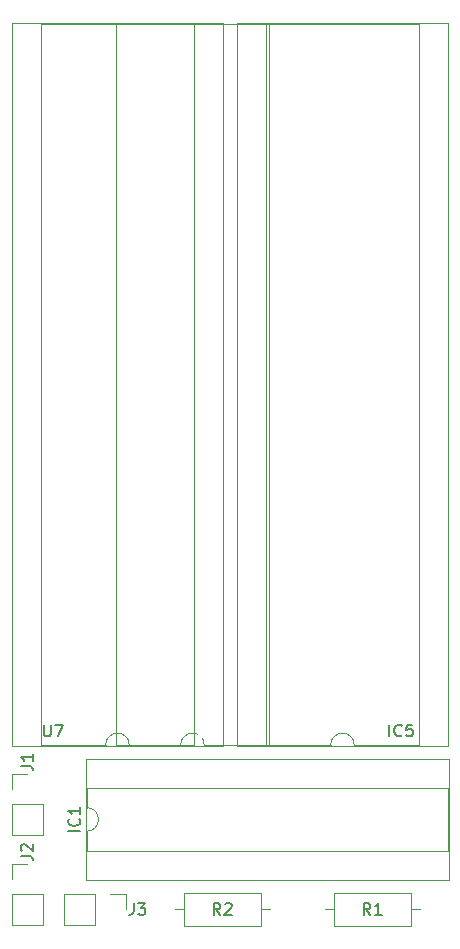
<source format=gto>
G04 #@! TF.GenerationSoftware,KiCad,Pcbnew,(6.0.5)*
G04 #@! TF.CreationDate,2022-07-17T20:37:41+02:00*
G04 #@! TF.ProjectId,c128-mmu-exp,63313238-2d6d-46d7-952d-6578702e6b69,rev?*
G04 #@! TF.SameCoordinates,Original*
G04 #@! TF.FileFunction,Legend,Top*
G04 #@! TF.FilePolarity,Positive*
%FSLAX46Y46*%
G04 Gerber Fmt 4.6, Leading zero omitted, Abs format (unit mm)*
G04 Created by KiCad (PCBNEW (6.0.5)) date 2022-07-17 20:37:41*
%MOMM*%
%LPD*%
G01*
G04 APERTURE LIST*
%ADD10C,0.150000*%
%ADD11C,0.120000*%
%ADD12C,1.600000*%
%ADD13O,1.600000X1.600000*%
%ADD14R,1.700000X1.700000*%
%ADD15O,1.700000X1.700000*%
%ADD16R,1.600000X1.600000*%
G04 APERTURE END LIST*
D10*
X111593333Y-102052380D02*
X111260000Y-101576190D01*
X111021904Y-102052380D02*
X111021904Y-101052380D01*
X111402857Y-101052380D01*
X111498095Y-101100000D01*
X111545714Y-101147619D01*
X111593333Y-101242857D01*
X111593333Y-101385714D01*
X111545714Y-101480952D01*
X111498095Y-101528571D01*
X111402857Y-101576190D01*
X111021904Y-101576190D01*
X112545714Y-102052380D02*
X111974285Y-102052380D01*
X112260000Y-102052380D02*
X112260000Y-101052380D01*
X112164761Y-101195238D01*
X112069523Y-101290476D01*
X111974285Y-101338095D01*
X82002380Y-97063333D02*
X82716666Y-97063333D01*
X82859523Y-97110952D01*
X82954761Y-97206190D01*
X83002380Y-97349047D01*
X83002380Y-97444285D01*
X82097619Y-96634761D02*
X82050000Y-96587142D01*
X82002380Y-96491904D01*
X82002380Y-96253809D01*
X82050000Y-96158571D01*
X82097619Y-96110952D01*
X82192857Y-96063333D01*
X82288095Y-96063333D01*
X82430952Y-96110952D01*
X83002380Y-96682380D01*
X83002380Y-96063333D01*
X83947095Y-85939380D02*
X83947095Y-86748904D01*
X83994714Y-86844142D01*
X84042333Y-86891761D01*
X84137571Y-86939380D01*
X84328047Y-86939380D01*
X84423285Y-86891761D01*
X84470904Y-86844142D01*
X84518523Y-86748904D01*
X84518523Y-85939380D01*
X84899476Y-85939380D02*
X85566142Y-85939380D01*
X85137571Y-86939380D01*
X98893333Y-102052380D02*
X98560000Y-101576190D01*
X98321904Y-102052380D02*
X98321904Y-101052380D01*
X98702857Y-101052380D01*
X98798095Y-101100000D01*
X98845714Y-101147619D01*
X98893333Y-101242857D01*
X98893333Y-101385714D01*
X98845714Y-101480952D01*
X98798095Y-101528571D01*
X98702857Y-101576190D01*
X98321904Y-101576190D01*
X99274285Y-101147619D02*
X99321904Y-101100000D01*
X99417142Y-101052380D01*
X99655238Y-101052380D01*
X99750476Y-101100000D01*
X99798095Y-101147619D01*
X99845714Y-101242857D01*
X99845714Y-101338095D01*
X99798095Y-101480952D01*
X99226666Y-102052380D01*
X99845714Y-102052380D01*
X113196809Y-86939380D02*
X113196809Y-85939380D01*
X114244428Y-86844142D02*
X114196809Y-86891761D01*
X114053952Y-86939380D01*
X113958714Y-86939380D01*
X113815857Y-86891761D01*
X113720619Y-86796523D01*
X113673000Y-86701285D01*
X113625380Y-86510809D01*
X113625380Y-86367952D01*
X113673000Y-86177476D01*
X113720619Y-86082238D01*
X113815857Y-85987000D01*
X113958714Y-85939380D01*
X114053952Y-85939380D01*
X114196809Y-85987000D01*
X114244428Y-86034619D01*
X115149190Y-85939380D02*
X114673000Y-85939380D01*
X114625380Y-86415571D01*
X114673000Y-86367952D01*
X114768238Y-86320333D01*
X115006333Y-86320333D01*
X115101571Y-86367952D01*
X115149190Y-86415571D01*
X115196809Y-86510809D01*
X115196809Y-86748904D01*
X115149190Y-86844142D01*
X115101571Y-86891761D01*
X115006333Y-86939380D01*
X114768238Y-86939380D01*
X114673000Y-86891761D01*
X114625380Y-86844142D01*
X82002380Y-89443333D02*
X82716666Y-89443333D01*
X82859523Y-89490952D01*
X82954761Y-89586190D01*
X83002380Y-89729047D01*
X83002380Y-89824285D01*
X83002380Y-88443333D02*
X83002380Y-89014761D01*
X83002380Y-88729047D02*
X82002380Y-88729047D01*
X82145238Y-88824285D01*
X82240476Y-88919523D01*
X82288095Y-89014761D01*
X91536666Y-101052380D02*
X91536666Y-101766666D01*
X91489047Y-101909523D01*
X91393809Y-102004761D01*
X91250952Y-102052380D01*
X91155714Y-102052380D01*
X91917619Y-101052380D02*
X92536666Y-101052380D01*
X92203333Y-101433333D01*
X92346190Y-101433333D01*
X92441428Y-101480952D01*
X92489047Y-101528571D01*
X92536666Y-101623809D01*
X92536666Y-101861904D01*
X92489047Y-101957142D01*
X92441428Y-102004761D01*
X92346190Y-102052380D01*
X92060476Y-102052380D01*
X91965238Y-102004761D01*
X91917619Y-101957142D01*
X87017380Y-94946190D02*
X86017380Y-94946190D01*
X86922142Y-93898571D02*
X86969761Y-93946190D01*
X87017380Y-94089047D01*
X87017380Y-94184285D01*
X86969761Y-94327142D01*
X86874523Y-94422380D01*
X86779285Y-94470000D01*
X86588809Y-94517619D01*
X86445952Y-94517619D01*
X86255476Y-94470000D01*
X86160238Y-94422380D01*
X86065000Y-94327142D01*
X86017380Y-94184285D01*
X86017380Y-94089047D01*
X86065000Y-93946190D01*
X86112619Y-93898571D01*
X87017380Y-92946190D02*
X87017380Y-93517619D01*
X87017380Y-93231904D02*
X86017380Y-93231904D01*
X86160238Y-93327142D01*
X86255476Y-93422380D01*
X86303095Y-93517619D01*
D11*
X108490000Y-102970000D02*
X115030000Y-102970000D01*
X115800000Y-101600000D02*
X115030000Y-101600000D01*
X115030000Y-100230000D02*
X108490000Y-100230000D01*
X115030000Y-102970000D02*
X115030000Y-100230000D01*
X107720000Y-101600000D02*
X108490000Y-101600000D01*
X108490000Y-100230000D02*
X108490000Y-102970000D01*
X81220000Y-100330000D02*
X81220000Y-102930000D01*
X81220000Y-100330000D02*
X83880000Y-100330000D01*
X81220000Y-102930000D02*
X83880000Y-102930000D01*
X81220000Y-99060000D02*
X81220000Y-97730000D01*
X81220000Y-97730000D02*
X82550000Y-97730000D01*
X83880000Y-100330000D02*
X83880000Y-102930000D01*
X102985000Y-26600000D02*
X90065000Y-26600000D01*
X102985000Y-87680000D02*
X102985000Y-26600000D01*
X90065000Y-26600000D02*
X90065000Y-87680000D01*
X97525000Y-87680000D02*
X102985000Y-87680000D01*
X90065000Y-87680000D02*
X95525000Y-87680000D01*
X97525000Y-87680000D02*
G75*
G03*
X95525000Y-87680000I-1000000J0D01*
G01*
X99125000Y-26540000D02*
X81225000Y-26540000D01*
X96635000Y-26600000D02*
X83715000Y-26600000D01*
X96635000Y-87680000D02*
X96635000Y-26600000D01*
X81225000Y-26540000D02*
X81225000Y-87740000D01*
X81225000Y-87740000D02*
X99125000Y-87740000D01*
X91175000Y-87680000D02*
X96635000Y-87680000D01*
X99125000Y-87740000D02*
X99125000Y-26540000D01*
X83715000Y-87680000D02*
X89175000Y-87680000D01*
X83715000Y-26600000D02*
X83715000Y-87680000D01*
X91175000Y-87680000D02*
G75*
G03*
X89175000Y-87680000I-1000000J0D01*
G01*
X102330000Y-102970000D02*
X102330000Y-100230000D01*
X95790000Y-100230000D02*
X95790000Y-102970000D01*
X102330000Y-100230000D02*
X95790000Y-100230000D01*
X95020000Y-101600000D02*
X95790000Y-101600000D01*
X95790000Y-102970000D02*
X102330000Y-102970000D01*
X103100000Y-101600000D02*
X102330000Y-101600000D01*
X100275000Y-26540000D02*
X100275000Y-87740000D01*
X110225000Y-87680000D02*
X115685000Y-87680000D01*
X102765000Y-26600000D02*
X102765000Y-87680000D01*
X118175000Y-87740000D02*
X118175000Y-26540000D01*
X115685000Y-87680000D02*
X115685000Y-26600000D01*
X102765000Y-87680000D02*
X108225000Y-87680000D01*
X118175000Y-26540000D02*
X100275000Y-26540000D01*
X115685000Y-26600000D02*
X102765000Y-26600000D01*
X100275000Y-87740000D02*
X118175000Y-87740000D01*
X110225000Y-87680000D02*
G75*
G03*
X108225000Y-87680000I-1000000J0D01*
G01*
X83880000Y-92710000D02*
X83880000Y-95310000D01*
X81220000Y-95310000D02*
X83880000Y-95310000D01*
X81220000Y-92710000D02*
X83880000Y-92710000D01*
X81220000Y-92710000D02*
X81220000Y-95310000D01*
X81220000Y-91440000D02*
X81220000Y-90110000D01*
X81220000Y-90110000D02*
X82550000Y-90110000D01*
X88270000Y-100270000D02*
X85670000Y-100270000D01*
X88270000Y-102930000D02*
X85670000Y-102930000D01*
X89540000Y-100270000D02*
X90870000Y-100270000D01*
X90870000Y-100270000D02*
X90870000Y-101600000D01*
X88270000Y-100270000D02*
X88270000Y-102930000D01*
X85670000Y-100270000D02*
X85670000Y-102930000D01*
X87565000Y-96620000D02*
X118165000Y-96620000D01*
X118165000Y-96620000D02*
X118165000Y-91320000D01*
X118165000Y-91320000D02*
X87565000Y-91320000D01*
X87505000Y-99110000D02*
X118225000Y-99110000D01*
X87505000Y-88830000D02*
X87505000Y-99110000D01*
X118225000Y-99110000D02*
X118225000Y-88830000D01*
X87565000Y-91320000D02*
X87565000Y-92970000D01*
X87565000Y-94970000D02*
X87565000Y-96620000D01*
X118225000Y-88830000D02*
X87505000Y-88830000D01*
X87565000Y-94970000D02*
G75*
G03*
X87565000Y-92970000I0J1000000D01*
G01*
%LPC*%
D12*
X116840000Y-101600000D03*
D13*
X106680000Y-101600000D03*
D14*
X82550000Y-99060000D03*
D15*
X82550000Y-101600000D03*
D16*
X104145000Y-86350000D03*
D13*
X104145000Y-83810000D03*
X104145000Y-81270000D03*
X104145000Y-78730000D03*
X104145000Y-76190000D03*
X104145000Y-73650000D03*
X104145000Y-71110000D03*
X104145000Y-68570000D03*
X104145000Y-66030000D03*
X104145000Y-63490000D03*
X104145000Y-60950000D03*
X104145000Y-58410000D03*
X104145000Y-55870000D03*
X104145000Y-53330000D03*
X104145000Y-50790000D03*
X104145000Y-48250000D03*
X104145000Y-45710000D03*
X104145000Y-43170000D03*
X104145000Y-40630000D03*
X104145000Y-38090000D03*
X104145000Y-35550000D03*
X104145000Y-33010000D03*
X104145000Y-30470000D03*
X104145000Y-27930000D03*
X88905000Y-27930000D03*
X88905000Y-30470000D03*
X88905000Y-33010000D03*
X88905000Y-35550000D03*
X88905000Y-38090000D03*
X88905000Y-40630000D03*
X88905000Y-43170000D03*
X88905000Y-45710000D03*
X88905000Y-48250000D03*
X88905000Y-50790000D03*
X88905000Y-53330000D03*
X88905000Y-55870000D03*
X88905000Y-58410000D03*
X88905000Y-60950000D03*
X88905000Y-63490000D03*
X88905000Y-66030000D03*
X88905000Y-68570000D03*
X88905000Y-71110000D03*
X88905000Y-73650000D03*
X88905000Y-76190000D03*
X88905000Y-78730000D03*
X88905000Y-81270000D03*
X88905000Y-83810000D03*
X88905000Y-86350000D03*
D16*
X97795000Y-86350000D03*
D13*
X97795000Y-83810000D03*
X97795000Y-81270000D03*
X97795000Y-78730000D03*
X97795000Y-76190000D03*
X97795000Y-73650000D03*
X97795000Y-71110000D03*
X97795000Y-68570000D03*
X97795000Y-66030000D03*
X97795000Y-63490000D03*
X97795000Y-60950000D03*
X97795000Y-58410000D03*
X97795000Y-55870000D03*
X97795000Y-53330000D03*
X97795000Y-50790000D03*
X97795000Y-48250000D03*
X97795000Y-45710000D03*
X97795000Y-43170000D03*
X97795000Y-40630000D03*
X97795000Y-38090000D03*
X97795000Y-35550000D03*
X97795000Y-33010000D03*
X97795000Y-30470000D03*
X97795000Y-27930000D03*
X82555000Y-27930000D03*
X82555000Y-30470000D03*
X82555000Y-33010000D03*
X82555000Y-35550000D03*
X82555000Y-38090000D03*
X82555000Y-40630000D03*
X82555000Y-43170000D03*
X82555000Y-45710000D03*
X82555000Y-48250000D03*
X82555000Y-50790000D03*
X82555000Y-53330000D03*
X82555000Y-55870000D03*
X82555000Y-58410000D03*
X82555000Y-60950000D03*
X82555000Y-63490000D03*
X82555000Y-66030000D03*
X82555000Y-68570000D03*
X82555000Y-71110000D03*
X82555000Y-73650000D03*
X82555000Y-76190000D03*
X82555000Y-78730000D03*
X82555000Y-81270000D03*
X82555000Y-83810000D03*
X82555000Y-86350000D03*
D12*
X104140000Y-101600000D03*
D13*
X93980000Y-101600000D03*
D16*
X116845000Y-86350000D03*
D13*
X116845000Y-83810000D03*
X116845000Y-81270000D03*
X116845000Y-78730000D03*
X116845000Y-76190000D03*
X116845000Y-73650000D03*
X116845000Y-71110000D03*
X116845000Y-68570000D03*
X116845000Y-66030000D03*
X116845000Y-63490000D03*
X116845000Y-60950000D03*
X116845000Y-58410000D03*
X116845000Y-55870000D03*
X116845000Y-53330000D03*
X116845000Y-50790000D03*
X116845000Y-48250000D03*
X116845000Y-45710000D03*
X116845000Y-43170000D03*
X116845000Y-40630000D03*
X116845000Y-38090000D03*
X116845000Y-35550000D03*
X116845000Y-33010000D03*
X116845000Y-30470000D03*
X116845000Y-27930000D03*
X101605000Y-27930000D03*
X101605000Y-30470000D03*
X101605000Y-33010000D03*
X101605000Y-35550000D03*
X101605000Y-38090000D03*
X101605000Y-40630000D03*
X101605000Y-43170000D03*
X101605000Y-45710000D03*
X101605000Y-48250000D03*
X101605000Y-50790000D03*
X101605000Y-53330000D03*
X101605000Y-55870000D03*
X101605000Y-58410000D03*
X101605000Y-60950000D03*
X101605000Y-63490000D03*
X101605000Y-66030000D03*
X101605000Y-68570000D03*
X101605000Y-71110000D03*
X101605000Y-73650000D03*
X101605000Y-76190000D03*
X101605000Y-78730000D03*
X101605000Y-81270000D03*
X101605000Y-83810000D03*
X101605000Y-86350000D03*
D14*
X82550000Y-91440000D03*
D15*
X82550000Y-93980000D03*
D14*
X89540000Y-101600000D03*
D15*
X87000000Y-101600000D03*
D16*
X88895000Y-97780000D03*
D13*
X91435000Y-97780000D03*
X93975000Y-97780000D03*
X96515000Y-97780000D03*
X99055000Y-97780000D03*
X101595000Y-97780000D03*
X104135000Y-97780000D03*
X106675000Y-97780000D03*
X109215000Y-97780000D03*
X111755000Y-97780000D03*
X114295000Y-97780000D03*
X116835000Y-97780000D03*
X116835000Y-90160000D03*
X114295000Y-90160000D03*
X111755000Y-90160000D03*
X109215000Y-90160000D03*
X106675000Y-90160000D03*
X104135000Y-90160000D03*
X101595000Y-90160000D03*
X99055000Y-90160000D03*
X96515000Y-90160000D03*
X93975000Y-90160000D03*
X91435000Y-90160000D03*
X88895000Y-90160000D03*
M02*

</source>
